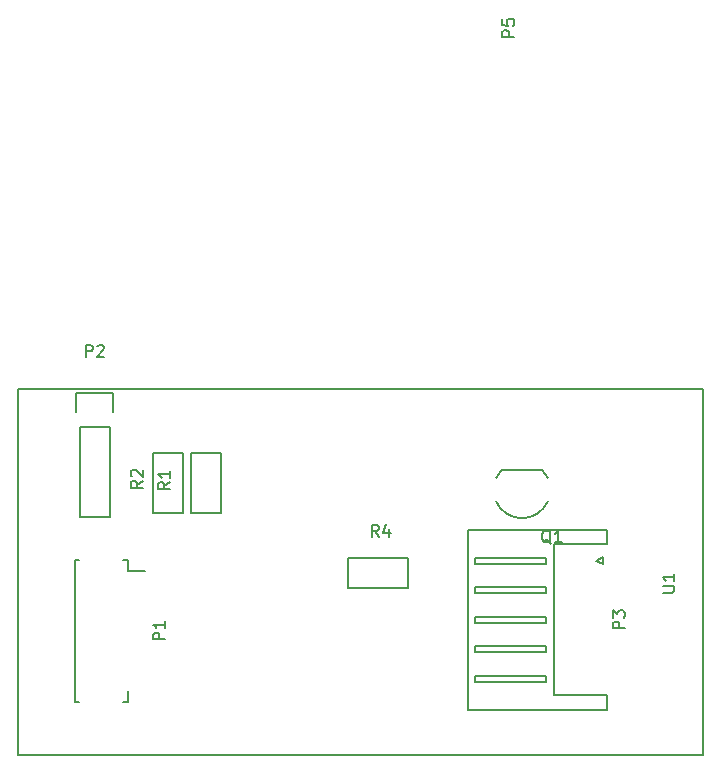
<source format=gbr>
G04 #@! TF.FileFunction,Legend,Top*
%FSLAX46Y46*%
G04 Gerber Fmt 4.6, Leading zero omitted, Abs format (unit mm)*
G04 Created by KiCad (PCBNEW 4.0.6) date 2017 May 11, Thursday 23:22:10*
%MOMM*%
%LPD*%
G01*
G04 APERTURE LIST*
%ADD10C,1.000000*%
%ADD11C,0.150000*%
G04 APERTURE END LIST*
D10*
D11*
X24867500Y-81007500D02*
X24867500Y-81957500D01*
X24867500Y-81957500D02*
X24467500Y-81957500D01*
X24867500Y-70857500D02*
X24867500Y-69907500D01*
X24867500Y-69907500D02*
X24467500Y-69907500D01*
X20767500Y-81957500D02*
X20367500Y-81957500D01*
X20367500Y-81957500D02*
X20367500Y-75932500D01*
X20767500Y-69907500D02*
X20367500Y-69907500D01*
X20367500Y-69907500D02*
X20367500Y-75932500D01*
X24867500Y-70857500D02*
X26367500Y-70857500D01*
X20797500Y-58662500D02*
X20797500Y-66282500D01*
X23337500Y-58662500D02*
X23337500Y-66282500D01*
X23617500Y-55842500D02*
X23617500Y-57392500D01*
X20797500Y-66282500D02*
X23337500Y-66282500D01*
X23337500Y-58662500D02*
X20797500Y-58662500D01*
X20517500Y-57392500D02*
X20517500Y-55842500D01*
X20517500Y-55842500D02*
X23617500Y-55842500D01*
X53650000Y-75000000D02*
X53650000Y-67400000D01*
X53650000Y-67400000D02*
X65450000Y-67400000D01*
X65450000Y-67400000D02*
X65450000Y-68600000D01*
X65450000Y-68600000D02*
X60950000Y-68600000D01*
X60950000Y-68600000D02*
X60950000Y-75000000D01*
X53650000Y-75000000D02*
X53650000Y-82600000D01*
X53650000Y-82600000D02*
X65450000Y-82600000D01*
X65450000Y-82600000D02*
X65450000Y-81400000D01*
X65450000Y-81400000D02*
X60950000Y-81400000D01*
X60950000Y-81400000D02*
X60950000Y-75000000D01*
X60300000Y-69750000D02*
X54300000Y-69750000D01*
X54300000Y-69750000D02*
X54300000Y-70250000D01*
X54300000Y-70250000D02*
X60300000Y-70250000D01*
X60300000Y-70250000D02*
X60300000Y-69750000D01*
X60300000Y-72250000D02*
X54300000Y-72250000D01*
X54300000Y-72250000D02*
X54300000Y-72750000D01*
X54300000Y-72750000D02*
X60300000Y-72750000D01*
X60300000Y-72750000D02*
X60300000Y-72250000D01*
X60300000Y-74750000D02*
X54300000Y-74750000D01*
X54300000Y-74750000D02*
X54300000Y-75250000D01*
X54300000Y-75250000D02*
X60300000Y-75250000D01*
X60300000Y-75250000D02*
X60300000Y-74750000D01*
X60300000Y-77250000D02*
X54300000Y-77250000D01*
X54300000Y-77250000D02*
X54300000Y-77750000D01*
X54300000Y-77750000D02*
X60300000Y-77750000D01*
X60300000Y-77750000D02*
X60300000Y-77250000D01*
X60300000Y-79750000D02*
X54300000Y-79750000D01*
X54300000Y-79750000D02*
X54300000Y-80250000D01*
X54300000Y-80250000D02*
X60300000Y-80250000D01*
X60300000Y-80250000D02*
X60300000Y-79750000D01*
X64500000Y-70000000D02*
X65100000Y-69700000D01*
X65100000Y-69700000D02*
X65100000Y-70300000D01*
X65100000Y-70300000D02*
X64500000Y-70000000D01*
X73587500Y-86422500D02*
X15587500Y-86422500D01*
X73587500Y-55422500D02*
X73587500Y-86422500D01*
X15587500Y-55422500D02*
X73587500Y-55422500D01*
X15587500Y-86422500D02*
X15587500Y-55422500D01*
X60437695Y-63003010D02*
G75*
G03X59950000Y-62300000I-2187695J-996990D01*
G01*
X56062305Y-63003010D02*
G75*
G02X56550000Y-62300000I2187695J-996990D01*
G01*
X59950000Y-62300000D02*
X56550000Y-62300000D01*
X60434879Y-64993127D02*
G75*
G02X58250000Y-66400000I-2184879J993127D01*
G01*
X56065121Y-64993127D02*
G75*
G03X58250000Y-66400000I2184879J993127D01*
G01*
X30230000Y-65980000D02*
X30230000Y-60900000D01*
X30230000Y-60900000D02*
X32770000Y-60900000D01*
X32770000Y-60900000D02*
X32770000Y-65980000D01*
X32770000Y-65980000D02*
X30230000Y-65980000D01*
X26980000Y-65980000D02*
X26980000Y-60900000D01*
X26980000Y-60900000D02*
X29520000Y-60900000D01*
X29520000Y-60900000D02*
X29520000Y-65980000D01*
X29520000Y-65980000D02*
X26980000Y-65980000D01*
X43520000Y-69730000D02*
X48600000Y-69730000D01*
X48600000Y-69730000D02*
X48600000Y-72270000D01*
X48600000Y-72270000D02*
X43520000Y-72270000D01*
X43520000Y-72270000D02*
X43520000Y-69730000D01*
X28019881Y-76670595D02*
X27019881Y-76670595D01*
X27019881Y-76289642D01*
X27067500Y-76194404D01*
X27115119Y-76146785D01*
X27210357Y-76099166D01*
X27353214Y-76099166D01*
X27448452Y-76146785D01*
X27496071Y-76194404D01*
X27543690Y-76289642D01*
X27543690Y-76670595D01*
X28019881Y-75146785D02*
X28019881Y-75718214D01*
X28019881Y-75432500D02*
X27019881Y-75432500D01*
X27162738Y-75527738D01*
X27257976Y-75622976D01*
X27305595Y-75718214D01*
X21329405Y-52744881D02*
X21329405Y-51744881D01*
X21710358Y-51744881D01*
X21805596Y-51792500D01*
X21853215Y-51840119D01*
X21900834Y-51935357D01*
X21900834Y-52078214D01*
X21853215Y-52173452D01*
X21805596Y-52221071D01*
X21710358Y-52268690D01*
X21329405Y-52268690D01*
X22281786Y-51840119D02*
X22329405Y-51792500D01*
X22424643Y-51744881D01*
X22662739Y-51744881D01*
X22757977Y-51792500D01*
X22805596Y-51840119D01*
X22853215Y-51935357D01*
X22853215Y-52030595D01*
X22805596Y-52173452D01*
X22234167Y-52744881D01*
X22853215Y-52744881D01*
X57589881Y-25650595D02*
X56589881Y-25650595D01*
X56589881Y-25269642D01*
X56637500Y-25174404D01*
X56685119Y-25126785D01*
X56780357Y-25079166D01*
X56923214Y-25079166D01*
X57018452Y-25126785D01*
X57066071Y-25174404D01*
X57113690Y-25269642D01*
X57113690Y-25650595D01*
X56589881Y-24174404D02*
X56589881Y-24650595D01*
X57066071Y-24698214D01*
X57018452Y-24650595D01*
X56970833Y-24555357D01*
X56970833Y-24317261D01*
X57018452Y-24222023D01*
X57066071Y-24174404D01*
X57161310Y-24126785D01*
X57399405Y-24126785D01*
X57494643Y-24174404D01*
X57542262Y-24222023D01*
X57589881Y-24317261D01*
X57589881Y-24555357D01*
X57542262Y-24650595D01*
X57494643Y-24698214D01*
X66952381Y-75738095D02*
X65952381Y-75738095D01*
X65952381Y-75357142D01*
X66000000Y-75261904D01*
X66047619Y-75214285D01*
X66142857Y-75166666D01*
X66285714Y-75166666D01*
X66380952Y-75214285D01*
X66428571Y-75261904D01*
X66476190Y-75357142D01*
X66476190Y-75738095D01*
X65952381Y-74833333D02*
X65952381Y-74214285D01*
X66333333Y-74547619D01*
X66333333Y-74404761D01*
X66380952Y-74309523D01*
X66428571Y-74261904D01*
X66523810Y-74214285D01*
X66761905Y-74214285D01*
X66857143Y-74261904D01*
X66904762Y-74309523D01*
X66952381Y-74404761D01*
X66952381Y-74690476D01*
X66904762Y-74785714D01*
X66857143Y-74833333D01*
X70157881Y-72702405D02*
X70967405Y-72702405D01*
X71062643Y-72654786D01*
X71110262Y-72607167D01*
X71157881Y-72511929D01*
X71157881Y-72321452D01*
X71110262Y-72226214D01*
X71062643Y-72178595D01*
X70967405Y-72130976D01*
X70157881Y-72130976D01*
X71157881Y-71130976D02*
X71157881Y-71702405D01*
X71157881Y-71416691D02*
X70157881Y-71416691D01*
X70300738Y-71511929D01*
X70395976Y-71607167D01*
X70443595Y-71702405D01*
X60694762Y-68547619D02*
X60599524Y-68500000D01*
X60504286Y-68404762D01*
X60361429Y-68261905D01*
X60266190Y-68214286D01*
X60170952Y-68214286D01*
X60218571Y-68452381D02*
X60123333Y-68404762D01*
X60028095Y-68309524D01*
X59980476Y-68119048D01*
X59980476Y-67785714D01*
X60028095Y-67595238D01*
X60123333Y-67500000D01*
X60218571Y-67452381D01*
X60409048Y-67452381D01*
X60504286Y-67500000D01*
X60599524Y-67595238D01*
X60647143Y-67785714D01*
X60647143Y-68119048D01*
X60599524Y-68309524D01*
X60504286Y-68404762D01*
X60409048Y-68452381D01*
X60218571Y-68452381D01*
X61599524Y-68452381D02*
X61028095Y-68452381D01*
X61313809Y-68452381D02*
X61313809Y-67452381D01*
X61218571Y-67595238D01*
X61123333Y-67690476D01*
X61028095Y-67738095D01*
X28452261Y-63357746D02*
X27976070Y-63691080D01*
X28452261Y-63929175D02*
X27452261Y-63929175D01*
X27452261Y-63548222D01*
X27499880Y-63452984D01*
X27547499Y-63405365D01*
X27642737Y-63357746D01*
X27785594Y-63357746D01*
X27880832Y-63405365D01*
X27928451Y-63452984D01*
X27976070Y-63548222D01*
X27976070Y-63929175D01*
X28452261Y-62405365D02*
X28452261Y-62976794D01*
X28452261Y-62691080D02*
X27452261Y-62691080D01*
X27595118Y-62786318D01*
X27690356Y-62881556D01*
X27737975Y-62976794D01*
X26134881Y-63234166D02*
X25658690Y-63567500D01*
X26134881Y-63805595D02*
X25134881Y-63805595D01*
X25134881Y-63424642D01*
X25182500Y-63329404D01*
X25230119Y-63281785D01*
X25325357Y-63234166D01*
X25468214Y-63234166D01*
X25563452Y-63281785D01*
X25611071Y-63329404D01*
X25658690Y-63424642D01*
X25658690Y-63805595D01*
X25230119Y-62853214D02*
X25182500Y-62805595D01*
X25134881Y-62710357D01*
X25134881Y-62472261D01*
X25182500Y-62377023D01*
X25230119Y-62329404D01*
X25325357Y-62281785D01*
X25420595Y-62281785D01*
X25563452Y-62329404D01*
X26134881Y-62900833D01*
X26134881Y-62281785D01*
X46142254Y-67952261D02*
X45808920Y-67476070D01*
X45570825Y-67952261D02*
X45570825Y-66952261D01*
X45951778Y-66952261D01*
X46047016Y-66999880D01*
X46094635Y-67047499D01*
X46142254Y-67142737D01*
X46142254Y-67285594D01*
X46094635Y-67380832D01*
X46047016Y-67428451D01*
X45951778Y-67476070D01*
X45570825Y-67476070D01*
X46999397Y-67285594D02*
X46999397Y-67952261D01*
X46761301Y-66904642D02*
X46523206Y-67618928D01*
X47142254Y-67618928D01*
M02*

</source>
